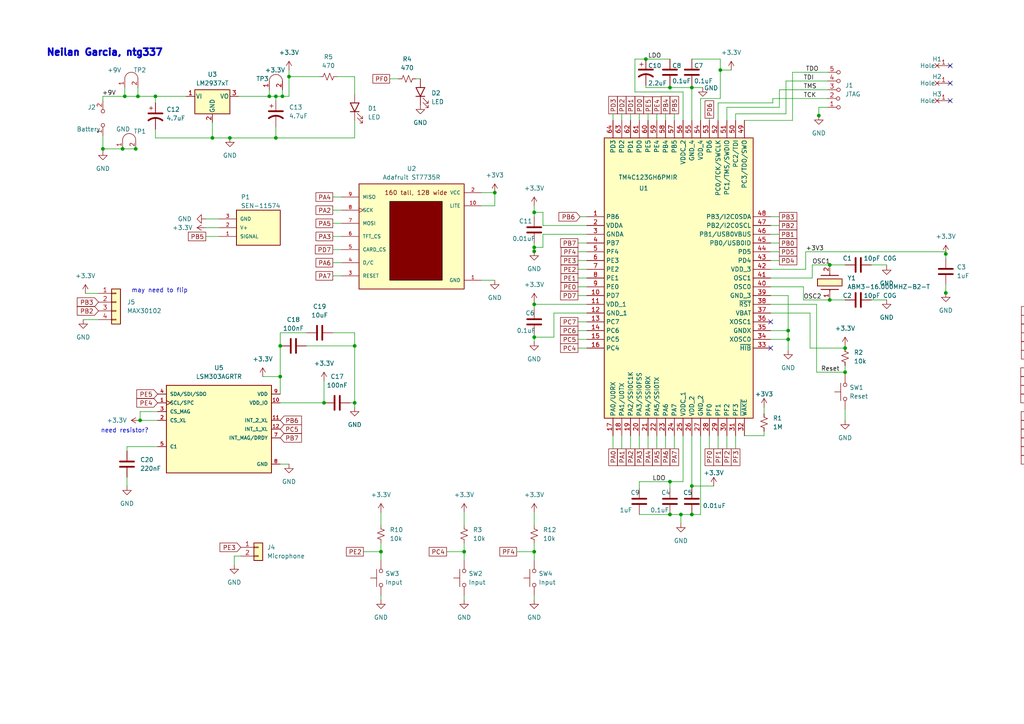
<source format=kicad_sch>
(kicad_sch (version 20230121) (generator eeschema)
  (paper "A4")
  (title_block (title "ECE 445L Lab6 Project") (date "2024-02-27") (rev "v1.0.1") (company "The University of Texas at Austin"))
  (junction (at 200.66 25.4))
  (junction (at 66.675 40.005))
  (junction (at 408.94 171.45))
  (junction (at 245.11 107.95))
  (junction (at 274.32 84.963))
  (junction (at 81.915 27.94))
  (junction (at 527.05 90.17))
  (junction (at 81.28 100.33))
  (junction (at 36.195 27.94))
  (junction (at 421.64 171.45))
  (junction (at 110.49 160.02))
  (junction (at 102.87 100.33))
  (junction (at 429.26 38.1))
  (junction (at 61.595 40.005))
  (junction (at 240.665 76.835))
  (junction (at 421.64 172.593))
  (junction (at 40.005 27.94))
  (junction (at 533.4 74.93))
  (junction (at 425.45 82.55))
  (junction (at 197.485 149.225))
  (junction (at 154.94 72.898))
  (junction (at 187.325 17.145))
  (junction (at 194.31 149.225))
  (junction (at 154.94 97.79))
  (junction (at 462.28 137.16))
  (junction (at 78.105 27.94))
  (junction (at 194.31 139.7))
  (junction (at 39.37 43.18))
  (junction (at 427.99 49.53))
  (junction (at 154.94 61.595))
  (junction (at 441.96 153.67))
  (junction (at 40.64 121.92))
  (junction (at 200.66 140.97))
  (junction (at 154.94 160.02))
  (junction (at 228.6 98.425))
  (junction (at 274.32 73.66))
  (junction (at 208.915 20.32))
  (junction (at 80.01 27.94))
  (junction (at 228.6 95.885))
  (junction (at 143.51 55.88))
  (junction (at 154.94 88.265))
  (junction (at 134.62 160.02))
  (junction (at 240.665 86.995))
  (junction (at 438.15 26.67))
  (junction (at 245.11 100.965))
  (junction (at 154.94 71.755))
  (junction (at 419.1 153.67))
  (junction (at 400.431 49.53))
  (junction (at 527.05 74.93))
  (junction (at 200.66 149.225))
  (junction (at 538.48 74.93))
  (junction (at 449.58 127))
  (junction (at 538.48 90.17))
  (junction (at 436.245 26.67))
  (junction (at 432.435 26.67))
  (junction (at 93.98 116.84))
  (junction (at 237.49 33.528))
  (junction (at 194.31 25.4))
  (junction (at 469.9 147.32))
  (junction (at 35.56 43.18))
  (junction (at 83.82 22.225))
  (junction (at 45.085 27.94))
  (junction (at 80.01 40.005))
  (junction (at 81.28 109.22))
  (junction (at 102.87 116.84))
  (junction (at 372.11 38.1))
  (junction (at 462.28 127))
  (junction (at 406.4 90.17))
  (junction (at 29.845 43.18))
  (junction (at 531.876 90.17))
  (junction (at 516.89 74.93))
  (no_connect (at 449.58 124.46))
  (no_connect (at 275.59 29.21))
  (no_connect (at 275.59 19.05))
  (no_connect (at 223.52 93.345))
  (no_connect (at 223.52 100.965))
  (no_connect (at 275.59 24.13))
  (wire (pts (xy 208.915 17.145) (xy 200.66 17.145)))
  (wire (pts (xy 462.28 147.32) (xy 469.9 147.32)))
  (wire (pts (xy 477.52 127) (xy 462.28 127)))
  (wire (pts (xy 203.2 28.575) (xy 208.915 28.575)))
  (wire (pts (xy 67.945 163.83) (xy 67.945 161.29)))
  (wire (pts (xy 213.36 126.365) (xy 213.36 130.175)))
  (wire (pts (xy 274.32 82.55) (xy 274.32 84.963)))
  (wire (pts (xy 45.72 121.92) (xy 40.64 121.92)))
  (wire (pts (xy 233.045 86.995) (xy 240.665 86.995)))
  (wire (pts (xy 185.42 139.7) (xy 194.31 139.7)))
  (wire (pts (xy 240.665 86.995) (xy 245.11 86.995)))
  (wire (pts (xy 221.615 118.11) (xy 221.615 120.015)))
  (wire (pts (xy 154.94 97.155) (xy 154.94 97.79)))
  (wire (pts (xy 200.66 126.365) (xy 200.66 140.97)))
  (wire (pts (xy 462.28 127) (xy 449.58 127)))
  (wire (pts (xy 386.08 82.55) (xy 425.45 82.55)))
  (wire (pts (xy 245.11 118.745) (xy 245.11 121.92)))
  (wire (pts (xy 212.09 20.32) (xy 208.915 20.32)))
  (wire (pts (xy 406.4 91.44) (xy 406.4 90.17)))
  (wire (pts (xy 110.49 160.02) (xy 110.49 162.56)))
  (wire (pts (xy 208.915 20.32) (xy 208.915 28.575)))
  (wire (pts (xy 96.52 68.58) (xy 99.06 68.58)))
  (wire (pts (xy 66.675 40.005) (xy 61.595 40.005)))
  (wire (pts (xy 40.64 119.38) (xy 40.64 121.92)))
  (wire (pts (xy 356.87 87.63) (xy 373.38 87.63)))
  (wire (pts (xy 93.98 116.84) (xy 93.98 110.49)))
  (wire (pts (xy 190.5 33.02) (xy 190.5 34.925)))
  (wire (pts (xy 393.7 129.54) (xy 421.64 129.54)))
  (wire (pts (xy 533.4 74.93) (xy 538.48 74.93)))
  (wire (pts (xy 96.52 76.2) (xy 99.06 76.2)))
  (wire (pts (xy 81.28 96.52) (xy 88.9 96.52)))
  (wire (pts (xy 200.66 140.97) (xy 200.66 141.605)))
  (wire (pts (xy 432.435 25.4) (xy 432.435 26.67)))
  (wire (pts (xy 372.11 31.75) (xy 372.11 38.1)))
  (wire (pts (xy 223.52 73.025) (xy 226.06 73.025)))
  (wire (pts (xy 96.52 64.77) (xy 99.06 64.77)))
  (wire (pts (xy 223.52 83.185) (xy 233.045 83.185)))
  (wire (pts (xy 274.32 73.025) (xy 274.32 73.66)))
  (wire (pts (xy 149.86 160.02) (xy 154.94 160.02)))
  (wire (pts (xy 102.87 96.52) (xy 102.87 100.33)))
  (wire (pts (xy 227.965 33.02) (xy 227.965 23.495)))
  (wire (pts (xy 80.01 40.005) (xy 102.87 40.005)))
  (wire (pts (xy 154.94 72.898) (xy 154.94 73.025)))
  (wire (pts (xy 223.52 75.565) (xy 226.06 75.565)))
  (wire (pts (xy 208.28 29.845) (xy 224.155 29.845)))
  (wire (pts (xy 194.31 149.225) (xy 197.485 149.225)))
  (wire (pts (xy 419.1 153.67) (xy 419.1 142.24)))
  (wire (pts (xy 110.49 157.48) (xy 110.49 160.02)))
  (wire (pts (xy 36.83 130.81) (xy 36.83 129.54)))
  (wire (pts (xy 134.62 160.02) (xy 134.62 162.56)))
  (wire (pts (xy 386.08 90.17) (xy 406.4 90.17)))
  (wire (pts (xy 203.2 126.365) (xy 203.2 149.225)))
  (wire (pts (xy 35.56 42.545) (xy 35.56 43.18)))
  (wire (pts (xy 408.94 171.45) (xy 421.64 171.45)))
  (wire (pts (xy 67.945 161.29) (xy 69.85 161.29)))
  (wire (pts (xy 462.28 125.73) (xy 462.28 127)))
  (wire (pts (xy 194.31 25.4) (xy 200.66 25.4)))
  (wire (pts (xy 548.64 74.93) (xy 548.64 80.645)))
  (wire (pts (xy 154.94 172.72) (xy 154.94 173.99)))
  (wire (pts (xy 36.83 138.43) (xy 36.83 140.97)))
  (wire (pts (xy 393.7 157.48) (xy 393.7 163.83)))
  (wire (pts (xy 438.15 26.67) (xy 438.15 30.48)))
  (wire (pts (xy 200.66 149.225) (xy 197.485 149.225)))
  (wire (pts (xy 438.15 30.48) (xy 439.42 30.48)))
  (wire (pts (xy 45.72 119.38) (xy 40.64 119.38)))
  (wire (pts (xy 203.2 149.225) (xy 200.66 149.225)))
  (wire (pts (xy 229.87 34.925) (xy 229.87 20.955)))
  (wire (pts (xy 167.64 95.885) (xy 170.18 95.885)))
  (wire (pts (xy 194.31 139.7) (xy 194.31 141.605)))
  (wire (pts (xy 200.66 25.4) (xy 200.66 34.925)))
  (wire (pts (xy 154.94 157.48) (xy 154.94 160.02)))
  (wire (pts (xy 210.82 126.365) (xy 210.82 130.175)))
  (wire (pts (xy 160.655 90.805) (xy 160.655 97.79)))
  (wire (pts (xy 187.96 33.02) (xy 187.96 34.925)))
  (wire (pts (xy 197.485 149.225) (xy 197.485 151.765)))
  (wire (pts (xy 233.68 73.025) (xy 274.32 73.025)))
  (wire (pts (xy 228.6 98.425) (xy 228.6 101.6)))
  (wire (pts (xy 252.73 76.835) (xy 257.175 76.835)))
  (wire (pts (xy 78.105 26.035) (xy 78.105 27.94)))
  (wire (pts (xy 96.52 80.01) (xy 99.06 80.01)))
  (wire (pts (xy 386.08 72.39) (xy 425.45 72.39)))
  (wire (pts (xy 223.52 78.105) (xy 233.68 78.105)))
  (wire (pts (xy 208.915 17.145) (xy 208.915 20.32)))
  (wire (pts (xy 200.66 24.765) (xy 200.66 25.4)))
  (wire (pts (xy 235.585 76.835) (xy 240.665 76.835)))
  (wire (pts (xy 432.435 26.67) (xy 436.245 26.67)))
  (wire (pts (xy 226.06 31.115) (xy 226.06 26.035)))
  (wire (pts (xy 167.64 80.645) (xy 170.18 80.645)))
  (wire (pts (xy 198.12 126.365) (xy 198.12 139.7)))
  (wire (pts (xy 223.52 80.645) (xy 235.585 80.645)))
  (wire (pts (xy 274.32 73.66) (xy 274.32 74.93)))
  (wire (pts (xy 345.44 38.1) (xy 349.25 38.1)))
  (wire (pts (xy 436.245 26.67) (xy 438.15 26.67)))
  (wire (pts (xy 81.28 109.22) (xy 81.28 114.3)))
  (wire (pts (xy 177.8 33.02) (xy 177.8 34.925)))
  (wire (pts (xy 187.325 17.145) (xy 194.31 17.145)))
  (wire (pts (xy 154.94 71.755) (xy 154.94 72.898)))
  (wire (pts (xy 187.96 126.365) (xy 187.96 130.175)))
  (wire (pts (xy 154.94 88.265) (xy 154.94 89.535)))
  (wire (pts (xy 96.52 96.52) (xy 102.87 96.52)))
  (wire (pts (xy 198.12 139.7) (xy 194.31 139.7)))
  (wire (pts (xy 134.62 157.48) (xy 134.62 160.02)))
  (wire (pts (xy 548.64 84.455) (xy 548.64 90.17)))
  (wire (pts (xy 400.431 49.53) (xy 427.99 49.53)))
  (wire (pts (xy 234.95 100.965) (xy 245.11 100.965)))
  (wire (pts (xy 63.5 68.58) (xy 59.69 68.58)))
  (wire (pts (xy 245.11 100.33) (xy 245.11 100.965)))
  (wire (pts (xy 167.64 70.485) (xy 170.18 70.485)))
  (wire (pts (xy 421.64 171.45) (xy 421.64 172.593)))
  (wire (pts (xy 223.52 88.265) (xy 236.855 88.265)))
  (wire (pts (xy 427.99 40.64) (xy 427.99 49.53)))
  (wire (pts (xy 78.105 27.94) (xy 80.01 27.94)))
  (wire (pts (xy 337.82 49.53) (xy 400.431 49.53)))
  (wire (pts (xy 438.15 38.1) (xy 438.15 49.53)))
  (wire (pts (xy 154.94 61.595) (xy 157.48 61.595)))
  (wire (pts (xy 436.245 25.4) (xy 436.245 26.67)))
  (wire (pts (xy 154.94 160.02) (xy 154.94 162.56)))
  (wire (pts (xy 224.155 29.845) (xy 224.155 28.575)))
  (wire (pts (xy 223.52 62.865) (xy 226.06 62.865)))
  (wire (pts (xy 63.5 66.04) (xy 59.69 66.04)))
  (wire (pts (xy 223.52 90.805) (xy 234.95 90.805)))
  (wire (pts (xy 29.845 43.18) (xy 29.845 43.815)))
  (wire (pts (xy 168.275 62.865) (xy 170.18 62.865)))
  (wire (pts (xy 462.28 137.16) (xy 474.98 137.16)))
  (wire (pts (xy 177.8 126.365) (xy 177.8 130.175)))
  (wire (pts (xy 170.18 90.805) (xy 160.655 90.805)))
  (wire (pts (xy 408.94 160.02) (xy 408.94 163.83)))
  (wire (pts (xy 36.195 25.4) (xy 36.195 27.94)))
  (wire (pts (xy 157.48 67.945) (xy 157.48 71.755)))
  (wire (pts (xy 538.48 90.17) (xy 548.64 90.17)))
  (wire (pts (xy 160.655 97.79) (xy 154.94 97.79)))
  (wire (pts (xy 139.7 55.88) (xy 143.51 55.88)))
  (wire (pts (xy 167.64 100.965) (xy 170.18 100.965)))
  (wire (pts (xy 182.88 33.02) (xy 182.88 34.925)))
  (wire (pts (xy 96.52 60.96) (xy 99.06 60.96)))
  (wire (pts (xy 375.92 30.48) (xy 375.92 31.75)))
  (wire (pts (xy 113.03 22.86) (xy 115.57 22.86)))
  (wire (pts (xy 102.87 116.84) (xy 102.87 118.11)))
  (wire (pts (xy 198.12 34.925) (xy 198.12 26.67)))
  (wire (pts (xy 406.4 90.17) (xy 406.4 80.01)))
  (wire (pts (xy 157.48 71.755) (xy 154.94 71.755)))
  (wire (pts (xy 184.15 26.67) (xy 184.15 17.145)))
  (wire (pts (xy 210.82 34.925) (xy 210.82 31.115)))
  (wire (pts (xy 96.52 72.39) (xy 99.06 72.39)))
  (wire (pts (xy 425.45 82.55) (xy 425.45 83.82)))
  (wire (pts (xy 427.99 38.1) (xy 429.26 38.1)))
  (wire (pts (xy 45.085 27.94) (xy 53.975 27.94)))
  (wire (pts (xy 205.74 126.365) (xy 205.74 130.175)))
  (wire (pts (xy 170.18 67.945) (xy 157.48 67.945)))
  (wire (pts (xy 439.42 153.67) (xy 441.96 153.67)))
  (wire (pts (xy 215.9 34.925) (xy 229.87 34.925)))
  (wire (pts (xy 228.6 95.885) (xy 228.6 98.425)))
  (wire (pts (xy 516.89 90.17) (xy 527.05 90.17)))
  (wire (pts (xy 39.37 42.545) (xy 39.37 43.18)))
  (wire (pts (xy 245.11 107.95) (xy 245.11 108.585)))
  (wire (pts (xy 368.3 38.1) (xy 372.11 38.1)))
  (wire (pts (xy 393.7 153.67) (xy 408.94 153.67)))
  (wire (pts (xy 24.765 85.09) (xy 28.575 85.09)))
  (wire (pts (xy 393.7 171.45) (xy 408.94 171.45)))
  (wire (pts (xy 194.31 24.765) (xy 194.31 25.4)))
  (wire (pts (xy 425.45 72.39) (xy 425.45 82.55)))
  (wire (pts (xy 40.005 25.4) (xy 40.005 27.94)))
  (wire (pts (xy 233.68 78.105) (xy 233.68 73.025)))
  (wire (pts (xy 223.52 95.885) (xy 228.6 95.885)))
  (wire (pts (xy 80.01 40.005) (xy 66.675 40.005)))
  (wire (pts (xy 157.48 65.405) (xy 170.18 65.405)))
  (wire (pts (xy 223.52 67.945) (xy 226.06 67.945)))
  (wire (pts (xy 516.89 74.93) (xy 527.05 74.93)))
  (wire (pts (xy 477.52 139.7) (xy 477.52 147.32)))
  (wire (pts (xy 29.845 39.37) (xy 29.845 43.18)))
  (wire (pts (xy 167.64 85.725) (xy 170.18 85.725)))
  (wire (pts (xy 527.05 74.93) (xy 527.05 80.01)))
  (wire (pts (xy 69.215 27.94) (xy 78.105 27.94)))
  (wire (pts (xy 393.7 144.78) (xy 393.7 129.54)))
  (wire (pts (xy 184.15 17.145) (xy 187.325 17.145)))
  (wire (pts (xy 531.876 90.17) (xy 538.48 90.17)))
  (wire (pts (xy 213.36 34.925) (xy 213.36 33.02)))
  (wire (pts (xy 81.915 27.94) (xy 83.82 27.94)))
  (wire (pts (xy 228.6 85.725) (xy 228.6 95.885)))
  (wire (pts (xy 182.88 126.365) (xy 182.88 130.175)))
  (wire (pts (xy 39.37 43.18) (xy 35.56 43.18)))
  (wire (pts (xy 469.9 147.32) (xy 477.52 147.32)))
  (wire (pts (xy 200.66 25.4) (xy 203.835 25.4)))
  (wire (pts (xy 110.49 148.59) (xy 110.49 152.4)))
  (wire (pts (xy 208.28 34.925) (xy 208.28 29.845)))
  (wire (pts (xy 223.52 98.425) (xy 228.6 98.425)))
  (wire (pts (xy 429.26 26.67) (xy 432.435 26.67)))
  (wire (pts (xy 208.28 126.365) (xy 208.28 130.175)))
  (wire (pts (xy 439.42 165.1) (xy 439.42 172.72)))
  (wire (pts (xy 441.96 142.24) (xy 441.96 153.67)))
  (wire (pts (xy 213.36 33.02) (xy 227.965 33.02)))
  (wire (pts (xy 223.52 65.405) (xy 226.06 65.405)))
  (wire (pts (xy 215.9 126.365) (xy 221.615 126.365)))
  (wire (pts (xy 81.28 109.22) (xy 81.28 100.33)))
  (wire (pts (xy 154.94 148.59) (xy 154.94 152.4)))
  (wire (pts (xy 229.87 20.955) (xy 240.03 20.955)))
  (wire (pts (xy 45.085 40.005) (xy 61.595 40.005)))
  (wire (pts (xy 167.64 98.425) (xy 170.18 98.425)))
  (wire (pts (xy 205.74 34.29) (xy 205.74 34.925)))
  (wire (pts (xy 143.51 59.69) (xy 139.7 59.69)))
  (wire (pts (xy 237.49 33.528) (xy 237.49 33.655)))
  (wire (pts (xy 538.48 85.09) (xy 538.48 90.17)))
  (wire (pts (xy 221.615 126.365) (xy 221.615 125.095)))
  (wire (pts (xy 180.34 33.02) (xy 180.34 34.925)))
  (wire (pts (xy 83.82 22.225) (xy 92.71 22.225)))
  (wire (pts (xy 419.1 142.24) (xy 426.72 142.24)))
  (wire (pts (xy 462.28 137.16) (xy 462.28 139.7)))
  (wire (pts (xy 76.2 109.22) (xy 81.28 109.22)))
  (wire (pts (xy 337.82 38.1) (xy 337.82 49.53)))
  (wire (pts (xy 29.845 27.94) (xy 36.195 27.94)))
  (wire (pts (xy 441.96 153.67) (xy 444.5 153.67)))
  (wire (pts (xy 538.48 74.93) (xy 548.64 74.93)))
  (wire (pts (xy 102.87 34.925) (xy 102.87 40.005)))
  (wire (pts (xy 527.05 85.09) (xy 527.05 90.17)))
  (wire (pts (xy 434.34 142.24) (xy 441.96 142.24)))
  (wire (pts (xy 203.2 34.925) (xy 203.2 28.575)))
  (wire (pts (xy 154.94 61.595) (xy 154.94 62.865)))
  (wire (pts (xy 245.11 106.045) (xy 245.11 107.95)))
  (wire (pts (xy 61.595 35.56) (xy 61.595 40.005)))
  (wire (pts (xy 438.15 26.67) (xy 439.42 26.67)))
  (wire (pts (xy 45.085 27.94) (xy 45.085 29.845)))
  (wire (pts (xy 419.1 153.67) (xy 421.64 153.67)))
  (wire (pts (xy 356.87 90.17) (xy 356.87 87.63)))
  (wire (pts (xy 24.13 92.71) (xy 28.575 92.71)))
  (wire (pts (xy 35.56 43.18) (xy 29.845 43.18)))
  (wire (pts (xy 198.12 26.67) (xy 184.15 26.67)))
  (wire (pts (xy 154.94 88.265) (xy 154.94 87.63)))
  (wire (pts (xy 462.28 135.89) (xy 462.28 137.16)))
  (wire (pts (xy 187.325 25.4) (xy 194.31 25.4)))
  (wire (pts (xy 154.94 70.485) (xy 154.94 71.755)))
  (wire (pts (xy 234.95 90.805) (xy 234.95 100.965)))
  (wire (pts (xy 406.4 80.01) (xy 386.08 80.01)))
  (wire (pts (xy 134.62 172.72) (xy 134.62 173.99)))
  (wire (pts (xy 83.82 134.62) (xy 81.28 134.62)))
  (wire (pts (xy 154.94 97.79) (xy 154.94 99.06)))
  (wire (pts (xy 185.42 33.02) (xy 185.42 34.925)))
  (wire (pts (xy 80.01 27.94) (xy 80.01 29.21)))
  (wire (pts (xy 81.915 26.035) (xy 81.915 27.94)))
  (wire (pts (xy 257.175 76.835) (xy 257.175 77.089)))
  (wire (pts (xy 240.665 76.835) (xy 245.11 76.835)))
  (wire (pts (xy 167.64 75.565) (xy 170.18 75.565)))
  (wire (pts (xy 408.94 160.02) (xy 421.64 160.02)))
  (wire (pts (xy 462.28 127) (xy 462.28 128.27)))
  (wire (pts (xy 429.26 38.1) (xy 429.26 26.67)))
  (wire (pts (xy 63.5 63.5) (xy 59.69 63.5)))
  (wire (pts (xy 45.085 37.465) (xy 45.085 40.005)))
  (wire (pts (xy 227.965 23.495) (xy 240.03 23.495)))
  (wire (pts (xy 193.04 126.365) (xy 193.04 130.175)))
  (wire (pts (xy 154.94 59.69) (xy 154.94 61.595)))
  (wire (pts (xy 240.03 31.115) (xy 237.49 31.115)))
  (wire (pts (xy 167.64 73.025) (xy 170.18 73.025)))
  (wire (pts (xy 29.845 29.21) (xy 29.845 27.94)))
  (wire (pts (xy 439.42 156.21) (xy 444.5 156.21)))
  (wire (pts (xy 185.42 141.605) (xy 185.42 139.7)))
  (wire (pts (xy 102.87 100.33) (xy 102.87 116.84)))
  (wire (pts (xy 129.54 160.02) (xy 134.62 160.02)))
  (wire (pts (xy 193.04 33.02) (xy 193.04 34.925)))
  (wire (pts (xy 393.7 157.48) (xy 421.64 157.48)))
  (wire (pts (xy 236.855 88.265) (xy 236.855 107.95)))
  (wire (pts (xy 477.52 134.62) (xy 477.52 127)))
  (wire (pts (xy 167.64 93.345) (xy 170.18 93.345)))
  (wire (pts (xy 170.18 88.265) (xy 154.94 88.265)))
  (wire (pts (xy 439.42 161.29) (xy 455.93 161.29)))
  (wire (pts (xy 81.28 100.33) (xy 81.28 96.52)))
  (wire (pts (xy 223.52 70.485) (xy 226.06 70.485)))
  (wire (pts (xy 105.41 160.02) (xy 110.49 160.02)))
  (wire (pts (xy 274.32 84.963) (xy 274.32 85.09)))
  (wire (pts (xy 139.7 81.28) (xy 143.51 81.28)))
  (wire (pts (xy 365.76 90.17) (xy 373.38 90.17)))
  (wire (pts (xy 83.82 20.32) (xy 83.82 22.225)))
  (wire (pts (xy 88.9 100.33) (xy 102.87 100.33)))
  (wire (pts (xy 200.66 140.97) (xy 207.01 140.97)))
  (wire (pts (xy 157.48 65.405) (xy 157.48 61.595)))
  (wire (pts (xy 235.585 80.645) (xy 235.585 76.835)))
  (wire (pts (xy 356.87 38.1) (xy 360.68 38.1)))
  (wire (pts (xy 421.64 172.593) (xy 421.64 172.72)))
  (wire (pts (xy 96.52 57.15) (xy 99.06 57.15)))
  (wire (pts (xy 102.87 22.225) (xy 102.87 27.305)))
  (wire (pts (xy 167.64 83.185) (xy 170.18 83.185)))
  (wire (pts (xy 233.045 83.185) (xy 233.045 86.995)))
  (wire (pts (xy 438.15 49.53) (xy 427.99 49.53)))
  (wire (pts (xy 210.82 31.115) (xy 226.06 31.115)))
  (wire (pts (xy 226.06 26.035) (xy 240.03 26.035)))
  (wire (pts (xy 81.28 116.84) (xy 93.98 116.84)))
  (wire (pts (xy 223.52 85.725) (xy 228.6 85.725)))
  (wire (pts (xy 36.83 129.54) (xy 45.72 129.54)))
  (wire (pts (xy 80.01 27.94) (xy 81.915 27.94)))
  (wire (pts (xy 83.82 27.94) (xy 83.82 22.225)))
  (wire (pts (xy 134.62 148.59) (xy 134.62 152.4)))
  (wire (pts (xy 421.64 165.1) (xy 421.64 171.45)))
  (wire (pts (xy 393.7 152.4) (xy 393.7 153.67)))
  (wire (pts (xy 36.195 27.94) (xy 40.005 27.94)))
  (wire (pts (xy 185.42 149.225) (xy 194.31 149.225)))
  (wire (pts (xy 365.76 91.44) (xy 365.76 90.17)))
  (wire (pts (xy 185.42 126.365) (xy 185.42 130.175)))
  (wire (pts (xy 97.79 22.225) (xy 102.87 22.225)))
  (wire (pts (xy 121.92 22.86) (xy 120.65 22.86)))
  (wire (pts (xy 110.49 172.72) (xy 110.49 173.99)))
  (wire (pts (xy 180.34 126.365) (xy 180.34 130.175)))
  (wire (pts (xy 252.73 86.995) (xy 257.175 86.995)))
  (wire (pts (xy 527.05 90.17) (xy 531.876 90.17)))
  (wire (pts (xy 416.56 153.67) (xy 419.1 153.67)))
  (wire (pts (xy 187.325 24.765) (xy 187.325 25.4)))
  (wire (pts (xy 448.31 127) (xy 449.58 127)))
  (wire (pts (xy 429.26 38.1) (xy 430.53 38.1)))
  (wire (pts (xy 143.51 55.88) (xy 143.51 59.69)))
  (wire (pts (xy 101.6 116.84) (xy 102.87 116.84)))
  (wire (pts (xy 375.92 31.75) (xy 372.11 31.75)))
  (wire (pts (xy 236.855 107.95) (xy 245.11 107.95)))
  (wire (pts (xy 40.005 27.94) (xy 45.085 27.94)))
  (wire (pts (xy 167.64 78.105) (xy 170.18 78.105)))
  (wire (pts (xy 195.58 126.365) (xy 195.58 130.175)))
  (wire (pts (xy 195.58 33.02) (xy 195.58 34.925)))
  (wire (pts (xy 80.01 36.83) (xy 80.01 40.005)))
  (wire (pts (xy 237.49 31.115) (xy 237.49 33.528)))
  (wire (pts (xy 538.48 80.01) (xy 538.48 74.93)))
  (wire (pts (xy 224.155 28.575) (xy 240.03 28.575)))
  (wire (pts (xy 190.5 126.365) (xy 190.5 130.175)))
  (wire (pts (xy 527.05 74.93) (xy 533.4 74.93)))
  (text "Neilan Garcia, ntg337" (at 13.335 16.51 0) (effects (font (size 2 2) (thickness 0.6) bold) (justify left bottom)))
  (text "may need to flip\n" (at 38.1 85.09 0) (effects (font (size 1.27 1.27)) (justify left bottom)))
  (text "need resistor?\n" (at 29.21 125.73 0) (effects (font (size 1.27 1.27)) (justify left bottom)))
  (label "OSC2" (at 233.045 86.995 0))
  (label "TCK" (at 233.045 28.575 0))
  (label "PF2" (at 421.64 124.46 180))
  (label "TDI" (at 233.045 23.495 0))
  (label "Reset" (at 302.26 85.09 180))
  (label "LDO" (at 189.23 139.7 0))
  (label "TDO" (at 233.68 20.955 0))
  (label "+9V" (at 33.655 27.94 180))
  (label "PE1" (at 481.33 77.47 180) (effects (font bold)))
  (label "TMS" (at 233.045 26.035 0))
  (label "PF1" (at 421.64 121.92 180))
  (label "LDO" (at 187.96 17.145 0))
  (label "PC6" (at 481.33 87.63 180) (effects (font bold)))
  (label "OSC1" (at 235.585 76.835 0))
  (label "Reset" (at 238.125 107.95 0))
  (label "+3V3" (at 233.68 73.025 0))
  (label "PE0" (at 516.89 82.55 0) (effects (font bold)))
  (label "PC7" (at 481.33 85.09 180) (effects (font bold)))
  (global_label "PF4" (shape passive) (at 149.86 160.02 180) (property "Intersheetrefs" "${INTERSHEET_REFS}" (effects hide)))
  (global_label "PD7" (shape passive) (at 167.64 85.725 180) (property "Intersheetrefs" "${INTERSHEET_REFS}" (effects hide)))
  (global_label "PD6" (shape input) (at 337.82 118.11 0) (property "Intersheetrefs" "${INTERSHEET_REFS}" (effects hide)))
  (global_label "PB5" (shape passive) (at 59.69 68.58 180) (property "Intersheetrefs" "${INTERSHEET_REFS}" (effects hide)))
  (global_label "PB6" (shape input) (at 81.28 121.92 0) (property "Intersheetrefs" "${INTERSHEET_REFS}" (effects hide)))
  (global_label "PB2" (shape input) (at 337.82 90.17 0) (property "Intersheetrefs" "${INTERSHEET_REFS}" (effects hide)))
  (global_label "PD2" (shape input) (at 337.82 110.49 0) (property "Intersheetrefs" "${INTERSHEET_REFS}" (effects hide)))
  (global_label "PD1" (shape input) (at 373.38 80.01 180) (property "Intersheetrefs" "${INTERSHEET_REFS}" (effects hide)))
  (global_label "PE4" (shape passive) (at 190.5 33.02 90) (property "Intersheetrefs" "${INTERSHEET_REFS}" (effects hide)))
  (global_label "PC5" (shape input) (at 302.26 110.49 180) (property "Intersheetrefs" "${INTERSHEET_REFS}" (effects hide)))
  (global_label "PC7" (shape passive) (at 167.64 93.345 180) (property "Intersheetrefs" "${INTERSHEET_REFS}" (effects hide)))
  (global_label "PF3" (shape passive) (at 213.36 130.175 270) (property "Intersheetrefs" "${INTERSHEET_REFS}" (effects hide)))
  (global_label "PA3" (shape input) (at 302.26 92.71 180) (property "Intersheetrefs" "${INTERSHEET_REFS}" (effects hide)))
  (global_label "PD2" (shape passive) (at 180.34 33.02 90) (property "Intersheetrefs" "${INTERSHEET_REFS}" (effects hide)))
  (global_label "PD7" (shape passive) (at 96.52 72.39 180) (property "Intersheetrefs" "${INTERSHEET_REFS}" (effects hide)))
  (global_label "PA0" (shape passive) (at 177.8 130.175 270) (property "Intersheetrefs" "${INTERSHEET_REFS}" (effects hide)))
  (global_label "PB4" (shape input) (at 337.82 95.25 0) (property "Intersheetrefs" "${INTERSHEET_REFS}" (effects hide)))
  (global_label "PD0" (shape input) (at 337.82 107.95 0) (property "Intersheetrefs" "${INTERSHEET_REFS}" (effects hide)))
  (global_label "PB0" (shape input) (at 337.82 85.09 0) (property "Intersheetrefs" "${INTERSHEET_REFS}" (effects hide)))
  (global_label "PA4" (shape passive) (at 187.96 130.175 270) (property "Intersheetrefs" "${INTERSHEET_REFS}" (effects hide)))
  (global_label "PB3" (shape passive) (at 226.06 62.865 0) (property "Intersheetrefs" "${INTERSHEET_REFS}" (effects hide)))
  (global_label "PD3" (shape passive) (at 177.8 33.02 90) (property "Intersheetrefs" "${INTERSHEET_REFS}" (effects hide)))
  (global_label "PA5" (shape passive) (at 96.52 64.77 180) (property "Intersheetrefs" "${INTERSHEET_REFS}" (effects hide)))
  (global_label "GPIO16" (shape input) (at 386.08 87.63 0) (property "Intersheetrefs" "${INTERSHEET_REFS}" (effects hide)))
  (global_label "PB5" (shape input) (at 337.82 97.79 0) (property "Intersheetrefs" "${INTERSHEET_REFS}" (effects hide)))
  (global_label "PD3" (shape input) (at 337.82 115.57 0) (property "Intersheetrefs" "${INTERSHEET_REFS}" (effects hide)))
  (global_label "PB5" (shape passive) (at 195.58 33.02 90) (property "Intersheetrefs" "${INTERSHEET_REFS}" (effects hide)))
  (global_label "PB1" (shape passive) (at 226.06 67.945 0) (property "Intersheetrefs" "${INTERSHEET_REFS}" (effects hide)))
  (global_label "PD4" (shape passive) (at 226.06 75.565 0) (property "Intersheetrefs" "${INTERSHEET_REFS}" (effects hide)))
  (global_label "PC6" (shape passive) (at 167.64 95.885 180) (property "Intersheetrefs" "${INTERSHEET_REFS}" (effects hide)))
  (global_label "PA1" (shape passive) (at 180.34 130.175 270) (property "Intersheetrefs" "${INTERSHEET_REFS}" (effects hide)))
  (global_label "PA6" (shape input) (at 302.26 100.33 180) (property "Intersheetrefs" "${INTERSHEET_REFS}" (effects hide)))
  (global_label "PD6" (shape input) (at 386.08 85.09 0) (property "Intersheetrefs" "${INTERSHEET_REFS}" (effects hide)))
  (global_label "PA6" (shape passive) (at 193.04 130.175 270) (property "Intersheetrefs" "${INTERSHEET_REFS}" (effects hide)))
  (global_label "PD2" (shape input) (at 373.38 82.55 180) (property "Intersheetrefs" "${INTERSHEET_REFS}" (effects hide)))
  (global_label "PC4" (shape passive) (at 167.64 100.965 180) (property "Intersheetrefs" "${INTERSHEET_REFS}" (effects hide)))
  (global_label "PF2" (shape input) (at 337.82 130.81 0) (property "Intersheetrefs" "${INTERSHEET_REFS}" (effects hide)))
  (global_label "PB6" (shape input) (at 337.82 100.33 0) (property "Intersheetrefs" "${INTERSHEET_REFS}" (effects hide)))
  (global_label "PC7" (shape input) (at 302.26 115.57 180) (property "Intersheetrefs" "${INTERSHEET_REFS}" (effects hide)))
  (global_label "PA7" (shape passive) (at 96.52 80.01 180) (property "Intersheetrefs" "${INTERSHEET_REFS}" (effects hide)))
  (global_label "PF1" (shape passive) (at 208.28 130.175 270) (property "Intersheetrefs" "${INTERSHEET_REFS}" (effects hide)))
  (global_label "PF0" (shape input) (at 337.82 125.73 0) (property "Intersheetrefs" "${INTERSHEET_REFS}" (effects hide)))
  (global_label "PB4" (shape passive) (at 193.04 33.02 90) (property "Intersheetrefs" "${INTERSHEET_REFS}" (effects hide)))
  (global_label "PF2" (shape passive) (at 210.82 130.175 270) (property "Intersheetrefs" "${INTERSHEET_REFS}" (effects hide)))
  (global_label "PA6" (shape passive) (at 96.52 76.2 180) (property "Intersheetrefs" "${INTERSHEET_REFS}" (effects hide)))
  (global_label "PD0" (shape input) (at 373.38 77.47 180) (property "Intersheetrefs" "${INTERSHEET_REFS}" (effects hide)))
  (global_label "PC4" (shape input) (at 302.26 107.95 180) (property "Intersheetrefs" "${INTERSHEET_REFS}" (effects hide)))
  (global_label "PC5" (shape passive) (at 167.64 98.425 180) (property "Intersheetrefs" "${INTERSHEET_REFS}" (effects hide)))
  (global_label "PB3" (shape input) (at 337.82 92.71 0) (property "Intersheetrefs" "${INTERSHEET_REFS}" (effects hide)))
  (global_label "PF4" (shape passive) (at 167.64 73.025 180) (property "Intersheetrefs" "${INTERSHEET_REFS}" (effects hide)))
  (global_label "PA2" (shape passive) (at 96.52 60.96 180) (property "Intersheetrefs" "${INTERSHEET_REFS}" (effects hide)))
  (global_label "PB6" (shape input) (at 168.275 62.865 180) (property "Intersheetrefs" "${INTERSHEET_REFS}" (effects hide)))
  (global_label "PF0" (shape passive) (at 205.74 130.175 270) (property "Intersheetrefs" "${INTERSHEET_REFS}" (effects hide)))
  (global_label "+9V" (shape input) (at 375.92 30.48 0) (property "Intersheetrefs" "${INTERSHEET_REFS}" (effects hide)))
  (global_label "PA3" (shape passive) (at 185.42 130.175 270) (property "Intersheetrefs" "${INTERSHEET_REFS}" (effects hide)))
  (global_label "PA3" (shape passive) (at 96.52 68.58 180) (property "Intersheetrefs" "${INTERSHEET_REFS}" (effects hide)))
  (global_label "PE5" (shape input) (at 302.26 133.35 180) (property "Intersheetrefs" "${INTERSHEET_REFS}" (effects hide)))
  (global_label "PB2" (shape passive) (at 226.06 65.405 0) (property "Intersheetrefs" "${INTERSHEET_REFS}" (effects hide)))
  (global_label "PF3" (shape input) (at 337.82 133.35 0) (property "Intersheetrefs" "${INTERSHEET_REFS}" (effects hide)))
  (global_label "PD0" (shape passive) (at 185.42 33.02 90) (property "Intersheetrefs" "${INTERSHEET_REFS}" (effects hide)))
  (global_label "PC5" (shape input) (at 81.28 124.46 0) (property "Intersheetrefs" "${INTERSHEET_REFS}" (effects hide)))
  (global_label "PD7" (shape input) (at 337.82 120.65 0) (property "Intersheetrefs" "${INTERSHEET_REFS}" (effects hide)))
  (global_label "Vz" (shape input) (at 477.52 127 0) (property "Intersheetrefs" "${INTERSHEET_REFS}" (effects hide)))
  (global_label "PA2" (shape input) (at 302.26 90.17 180) (property "Intersheetrefs" "${INTERSHEET_REFS}" (effects hide)))
  (global_label "PD2" (shape input) (at 337.82 113.03 0) (property "Intersheetrefs" "${INTERSHEET_REFS}" (effects hide)))
  (global_label "PF4" (shape input) (at 337.82 135.89 0) (property "Intersheetrefs" "${INTERSHEET_REFS}" (effects hide)))
  (global_label "PE3" (shape passive) (at 167.64 75.565 180) (property "Intersheetrefs" "${INTERSHEET_REFS}" (effects hide)))
  (global_label "PB0" (shape input) (at 386.08 74.93 0) (property "Intersheetrefs" "${INTERSHEET_REFS}" (effects hide)))
  (global_label "PE3" (shape input) (at 302.26 128.27 180) (property "Intersheetrefs" "${INTERSHEET_REFS}" (effects hide)))
  (global_label "PF1" (shape input) (at 337.82 128.27 0) (property "Intersheetrefs" "${INTERSHEET_REFS}" (effects hide)))
  (global_label "PC4" (shape passive) (at 129.54 160.02 180) (property "Intersheetrefs" "${INTERSHEET_REFS}" (effects hide)))
  (global_label "GPIO4" (shape input) (at 373.38 72.39 180) (property "Intersheetrefs" "${INTERSHEET_REFS}" (effects hide)))
  (global_label "PB7" (shape input) (at 81.28 127 0) (property "Intersheetrefs" "${INTERSHEET_REFS}" (effects hide)))
  (global_label "PD1" (shape passive) (at 182.88 33.02 90) (property "Intersheetrefs" "${INTERSHEET_REFS}" (effects hide)))
  (global_label "PE1" (shape passive) (at 167.64 80.645 180) (property "Intersheetrefs" "${INTERSHEET_REFS}" (effects hide)))
  (global_label "GPIO2" (shape input) (at 373.38 74.93 180) (property "Intersheetrefs" "${INTERSHEET_REFS}" (effects hide)))
  (global_label "PB7" (shape input) (at 337.82 102.87 0) (property "Intersheetrefs" "${INTERSHEET_REFS}" (effects hide)))
  (global_label "PE5" (shape input) (at 45.72 114.3 180) (property "Intersheetrefs" "${INTERSHEET_REFS}" (effects hide)))
  (global_label "PB1" (shape input) (at 337.82 87.63 0) (property "Intersheetrefs" "${INTERSHEET_REFS}" (effects hide)))
  (global_label "PC6" (shape input) (at 302.26 113.03 180) (property "Intersheetrefs" "${INTERSHEET_REFS}" (effects hide)))
  (global_label "PE4" (shape input) (at 302.26 130.81 180) (property "Intersheetrefs" "${INTERSHEET_REFS}" (effects hide)))
  (global_label "PB7" (shape passive) (at 167.64 70.485 180) (property "Intersheetrefs" "${INTERSHEET_REFS}" (effects hide)))
  (global_label "PA4" (shape input) (at 302.26 95.25 180) (property "Intersheetrefs" "${INTERSHEET_REFS}" (effects hide)))
  (global_label "PA7" (shape passive) (at 195.58 130.175 270) (property "Intersheetrefs" "${INTERSHEET_REFS}" (effects hide)))
  (global_label "PD3" (shape input) (at 373.38 85.09 180) (property "Intersheetrefs" "${INTERSHEET_REFS}" (effects hide)))
  (global_label "PA4" (shape passive) (at 96.52 57.15 180) (property "Intersheetrefs" "${INTERSHEET_REFS}" (effects hide)))
  (global_label "PA7" (shape input) (at 302.26 102.87 180) (property "Intersheetrefs" "${INTERSHEET_REFS}" (effects hide)))
  (global_label "PE0" (shape input) (at 302.26 120.65 180) (property "Intersheetrefs" "${INTERSHEET_REFS}" (effects hide)))
  (global_label "PE1" (shape input) (at 302.26 123.19 180) (property "Intersheetrefs" "${INTERSHEET_REFS}" (effects hide)))
  (global_label "PE5" (shape passive) (at 187.96 33.02 90) (property "Intersheetrefs" "${INTERSHEET_REFS}" (effects hide)))
  (global_label "PB3" (shape input) (at 28.575 87.63 180) (property "Intersheetrefs" "${INTERSHEET_REFS}" (effects hide)))
  (global_label "PA5" (shape passive) (at 190.5 130.175 270) (property "Intersheetrefs" "${INTERSHEET_REFS}" (effects hide)))
  (global_label "PA5" (shape input) (at 302.26 97.79 180) (property "Intersheetrefs" "${INTERSHEET_REFS}" (effects hide)))
  (global_label "PD6" (shape passive) (at 205.74 34.29 90) (property "Intersheetrefs" "${INTERSHEET_REFS}" (effects hide)))
  (global_label "PB0" (shape passive) (at 226.06 70.485 0) (property "Intersheetrefs" "${INTERSHEET_REFS}" (effects hide)))
  (global_label "PB2" (shape input) (at 28.575 90.17 180) (property "Intersheetrefs" "${INTERSHEET_REFS}" (effects hide)))
  (global_label "PE2" (shape input) (at 302.26 125.73 180) (property "Intersheetrefs" "${INTERSHEET_REFS}" (effects hide)))
  (global_label "PE0" (shape passive) (at 167.64 83.185 180) (property "Intersheetrefs" "${INTERSHEET_REFS}" (effects hide)))
  (global_label "PD5" (shape passive) (at 226.06 73.025 0) (property "Intersheetrefs" "${INTERSHEET_REFS}" (effects hide)))
  (global_label "PB1" (shape input) (at 386.08 77.47 0) (property "Intersheetrefs" "${INTERSHEET_REFS}" (effects hide)))
  (global_label "PE4" (shape input) (at 45.72 116.84 180) (property "Intersheetrefs" "${INTERSHEET_REFS}" (effects hide)))
  (global_label "PF0" (shape passive) (at 113.03 22.86 180) (property "Intersheetrefs" "${INTERSHEET_REFS}" (effects hide)))
  (global_label "PE3" (shape input) (at 69.85 158.75 180) (property "Intersheetrefs" "${INTERSHEET_REFS}" (effects hide)))
  (global_label "PA2" (shape passive) (at 182.88 130.175 270) (property "Intersheetrefs" "${INTERSHEET_REFS}" (effects hide)))
  (global_label "VBUS" (shape input) (at 439.42 30.48 0) (property "Intersheetrefs" "${INTERSHEET_REFS}" (effects hide)))
  (global_label "PE2" (shape passive) (at 167.64 78.105 180) (property "Intersheetrefs" "${INTERSHEET_REFS}" (effects hide)))
  (global_label "PE2" (shape passive) (at 105.41 160.02 180) (property "Intersheetrefs" "${INTERSHEET_REFS}" (effects hide)))
  (symbol (lib_id "Device:R") (at 462.28 121.92 0) (unit 1)
    (property "Reference" "Rs1" (at 464.82 120.65 0) (effects (justify left)))
    (property "Value" "1k" (at 464.82 123.19 0) (effects (justify left)))
    (property "Footprint" "ECE445L:R_Axial_DIN0204_L3.6mm_D1.6mm_P7.62mm_Horizontal" (effects hide))
  )
  (symbol (lib_id "ECE445L:C") (at 154.94 93.345 0) (unit 1)
    (property "Reference" "C6" (at 152.4 90.805 0) (effects (justify left)))
    (property "Value" "0.1uF" (at 149.86 95.885 0) (effects (justify left)))
    (property "Footprint" "ECE445L:C_Axial_200mil" (effects hide))
  )
  (symbol (lib_name "GND_1") (lib_id "power:GND") (at 154.94 173.99 0) (unit 1)
    (property "Reference" "#PWR026" (effects hide))
    (property "Value" "GND" (at 154.94 179.07 0))
  )
  (symbol (lib_id "power:+5V") (at 337.82 80.01 270) (unit 1)
    (property "Reference" "#PWR058" (effects hide))
    (property "Value" "+5V" (at 341.63 80.01 90) (effects (justify left)))
  )
  (symbol (lib_id "power:+3.3V") (at 110.49 148.59 0) (unit 1)
    (property "Reference" "#PWR048" (effects hide))
    (property "Value" "+3.3V" (at 110.49 143.51 0))
  )
  (symbol (lib_id "ECE445L:C") (at 200.66 20.955 0) (unit 1)
    (property "Reference" "C7" (at 201.295 19.05 0) (effects (justify left)))
    (property "Value" "0.1uF" (at 201.295 23.495 0) (effects (justify left)))
    (property "Footprint" "ECE445L:C_Axial_200mil" (effects hide))
  )
  (symbol (lib_id "power:+3.3V") (at 83.82 20.32 0) (unit 1)
    (property "Reference" "#PWR027" (effects hide))
    (property "Value" "+3.3V" (at 83.82 15.24 0))
  )
  (symbol (lib_name "GND_1") (lib_id "power:GND") (at 228.6 101.6 0) (unit 1)
    (property "Reference" "#PWR06" (effects hide))
    (property "Value" "GND" (at 228.6 106.68 0))
  )
  (symbol (lib_name "GND_1") (lib_id "power:GND") (at 29.845 43.815 0) (unit 1)
    (property "Reference" "#PWR018" (effects hide))
    (property "Value" "GND" (at 29.845 48.895 0))
  )
  (symbol (lib_id "Device:Speaker") (at 449.58 153.67 0) (unit 1)
    (property "Reference" "LS1" (at 454.66 153.67 0) (effects (justify left)))
    (property "Value" "Speaker" (at 454.66 156.21 0) (effects (justify left)))
    (property "Footprint" "Connector_PinHeader_2.54mm:PinHeader_1x02_P2.54mm_Vertical" (effects hide))
  )
  (symbol (lib_id "Device:C") (at 341.63 38.1 90) (unit 1)
    (property "Reference" "C23" (at 341.63 30.48 90))
    (property "Value" "0.1uF" (at 341.63 33.02 90))
    (property "Footprint" "ECE445L:C_Axial_200mil" (effects hide))
  )
  (symbol (lib_id "motorola_MCP34119P:MCP34119P") (at 430.53 158.75 0) (unit 1)
    (property "Reference" "U6" (at 430.53 144.78 0))
    (property "Value" "MCP34119P" (at 430.53 147.32 0))
    (property "Footprint" "Package_DIP:DIP-8_W7.62mm_LongPads" (effects hide))
    (property "Datasheet" "https://users.ece.utexas.edu/~valvano/Datasheets/MC34119.pdf" (effects hide))
    (property "Distributor" "N/A" (effects hide))
    (property "Manufacturer" "Motorola" (effects hide))
    (property "P/N" "MC34119P" (effects hide))
    (property "Cost" "N/A" (effects hide))
  )
  (symbol (lib_id "ECE445L:R_0.125W") (at 245.11 103.505 0) (unit 1)
    (property "Reference" "R2" (at 247.65 102.235 0) (effects (justify left)))
    (property "Value" "10k" (at 247.65 104.775 0) (effects (justify left)))
    (property "Footprint" "ECE445L:R_Axial_DIN0204_L3.6mm_D1.6mm_P7.62mm_Horizontal" (effects hide))
    (property "Datasheet" "https://users.ece.utexas.edu/~valvano/mspm0/CarbonFilmresistors.pdf" (effects hide))
  )
  (symbol (lib_id "ECE445L:Testpoint") (at 38.1 25.4 0) (unit 1)
    (property "Reference" "TP2" (at 38.735 20.32 0) (effects (justify left)))
    (property "Value" "+9V" (at 31.115 20.32 0) (effects (justify left)))
    (property "Footprint" "ECE445L:Testpoint_1x02_P2.54mm" (effects hide))
  )
  (symbol (lib_id "ECE445L:R_0.125W") (at 154.94 154.94 180) (unit 1)
    (property "Reference" "R12" (at 157.48 153.67 0) (effects (justify right)))
    (property "Value" "10k" (at 157.48 156.21 0) (effects (justify right)))
    (property "Footprint" "ECE445L:R_Axial_DIN0204_L3.6mm_D1.6mm_P7.62mm_Horizontal" (effects hide))
    (property "Datasheet" "https://users.ece.utexas.edu/~valvano/mspm0/CarbonFilmresistors.pdf" (effects hide))
  )
  (symbol (lib_id "ECE445L:Testpoint") (at 434.34 25.4 0) (unit 1)
    (property "Reference" "TP4" (at 428.625 22.225 0) (effects (justify left)))
    (property "Value" "+5V" (at 431.165 19.685 0) (effects (justify left)))
    (property "Footprint" "ECE445L:Testpoint_1x02_P2.54mm" (effects hide))
  )
  (symbol (lib_name "GND_1") (lib_id "power:GND") (at 421.64 127 270) (unit 1)
    (property "Reference" "#PWR036" (effects hide))
    (property "Value" "GND" (at 417.83 127 90) (effects (justify right)))
  )
  (symbol (lib_name "GND_1") (lib_id "power:GND") (at 154.94 99.06 0) (unit 1)
    (property "Reference" "#PWR014" (effects hide))
    (property "Value" "GND" (at 154.94 104.14 0))
  )
  (symbol (lib_id "power:+3.3V") (at 481.33 80.01 90) (unit 1)
    (property "Reference" "#PWR051" (effects hide))
    (property "Value" "+3.3V" (at 477.52 80.01 90) (effects (justify left)))
  )
  (symbol (lib_id "power:+3V3") (at 221.615 118.11 0) (unit 1)
    (property "Reference" "#PWR03" (effects hide))
    (property "Value" "+3V3" (at 221.615 114.3 0))
  )
  (symbol (lib_id "Device:C") (at 97.79 116.84 90) (unit 1)
    (property "Reference" "C17" (at 97.79 109.22 90))
    (property "Value" "100nF" (at 97.79 111.76 90))
    (property "Footprint" "ECE445L:C_Axial_200mil" (effects hide))
  )
  (symbol (lib_id "Device:C") (at 364.49 38.1 90) (unit 1)
    (property "Reference" "C27" (at 364.49 30.48 90))
    (property "Value" "0.1uF" (at 364.49 33.02 90))
    (property "Footprint" "ECE445L:C_Axial_200mil" (effects hide))
  )
  (symbol (lib_id "power:+3.3V") (at 337.82 77.47 270) (unit 1)
    (property "Reference" "#PWR059" (effects hide))
    (property "Value" "+3.3V" (at 341.63 77.47 90) (effects (justify left)))
  )
  (symbol (lib_id "ECE445L:Testpoint") (at 37.465 43.18 0) (unit 1)
    (property "Reference" "TP1" (at 38.735 38.1 0) (effects (justify left)))
    (property "Value" "GND" (at 33.655 37.465 0) (effects (justify left)))
    (property "Footprint" "ECE445L:Testpoint_1x02_P2.54mm" (effects hide))
  )
  (symbol (lib_name "GND_1") (lib_id "power:GND") (at 469.9 147.32 0) (unit 1)
    (property "Reference" "#PWR040" (effects hide))
    (property "Value" "GND" (at 469.9 152.4 0))
  )
  (symbol (lib_id "power:+3.3V") (at 462.28 118.11 0) (unit 1)
    (property "Reference" "#PWR039" (effects hide))
    (property "Value" "+3.3V" (at 462.28 113.03 0))
  )
  (symbol (lib_id "ECE445L:C") (at 185.42 145.415 0) (unit 1)
    (property "Reference" "C9" (at 182.88 142.875 0) (effects (justify left)))
    (property "Value" "1uF" (at 179.705 147.955 0) (effects (justify left)))
    (property "Footprint" "ECE445L:C_Axial_200mil" (effects hide))
  )
  (symbol (lib_name "GND_1") (lib_id "power:GND") (at 154.94 72.898 0) (unit 1)
    (property "Reference" "#PWR016" (effects hide))
    (property "Value" "GND" (at 154.94 77.978 0))
  )
  (symbol (lib_id "Regulator_Linear:LM2937xT") (at 61.595 27.94 0) (unit 1)
    (property "Reference" "U3" (at 61.595 21.59 0))
    (property "Value" "LM2937xT" (at 61.595 24.13 0))
    (property "Footprint" "Package_TO_SOT_THT:TO-220-3_Vertical" (effects hide))
    (property "Datasheet" "http://www.ti.com/lit/ds/symlink/lm2937.pdf" (effects hide))
  )
  (symbol (lib_id "ECE445L:Testpoint") (at 548.64 82.55 270) (unit 1)
    (property "Reference" "TP5" (at 551.815 76.835 0) (effects (justify left)))
    (property "Value" "+3.3V" (at 554.355 79.375 0) (effects (justify left)))
    (property "Footprint" "ECE445L:Testpoint_1x02_P2.54mm" (effects hide))
  )
  (symbol (lib_name "GND_1") (lib_id "power:GND") (at 66.675 40.005 0) (unit 1)
    (property "Reference" "#PWR061" (effects hide))
    (property "Value" "GND" (at 66.675 45.085 0))
  )
  (symbol (lib_id "power:+5V") (at 365.76 91.44 180) (unit 1)
    (property "Reference" "#PWR047" (effects hide))
    (property "Value" "+5V" (at 365.76 96.52 0))
  )
  (symbol (lib_id "Device:C") (at 92.71 96.52 270) (unit 1)
    (property "Reference" "C19" (at 92.71 88.9 90))
    (property "Value" "10uF" (at 92.71 91.44 90))
    (property "Footprint" "ECE445L:C_Axial_200mil" (effects hide))
  )
  (symbol (lib_id "ECE445L:C") (at 154.94 66.675 0) (unit 1)
    (property "Reference" "C11" (at 150.495 64.135 0) (effects (justify left)))
    (property "Value" "0.01uF" (at 148.59 69.215 0) (effects (justify left)))
    (property "Footprint" "ECE445L:C_Axial_200mil" (effects hide))
  )
  (symbol (lib_id "ti_LM4041CILPR:LM4041CILPR") (at 477.52 137.16 0) (unit 1)
    (property "Reference" "IC2" (at 480.06 135.3185 0) (effects (justify left)))
    (property "Value" "LM4041CILPR" (at 480.06 137.8585 0) (effects (justify left)))
    (property "Footprint" "ECE445L:ti_LM4041CILPR" (effects hide))
    (property "Datasheet" "https://www.ti.com/general/docs/suppproductinfo.tsp?distId=26&gotoUrl=https://www.ti.com/lit/gpn/lm4041a12" (effects hide))
    (property "Distributor" "Mouser" (effects hide))
    (property "Manufacturer" "Texas Instruments" (effects hide))
    (property "P/N" "LM4041CILPR" (effects hide))
    (property "Cost" "0.78" (effects hide))
  )
  (symbol (lib_id "Connector_Generic:Conn_02x08_Top_Bottom") (at 378.46 80.01 0) (unit 1)
    (property "Reference" "J3" (at 379.73 66.04 0))
    (property "Value" "Conn_02x08_Counter_Clockwise (ESP32 Cam)" (at 379.73 68.58 0))
    (property "Footprint" "our_symbols:ESP32-CAM_v1" (effects hide))
  )
  (symbol (lib_id "LSM303AGRTR:LSM303AGRTR") (at 63.5 124.46 0) (unit 1)
    (property "Reference" "U5" (at 63.5 106.68 0))
    (property "Value" "LSM303AGRTR" (at 63.5 109.22 0))
    (property "Footprint" "our_symbols:SON_03AGRTR_STM" (effects hide))
    (property "MF" "STMicroelectronics" (effects hide))
    (property "DESCRIPTION" "Ultra-compact high-performance e-compass 3D accelerometer and 3D magnetometer module" (effects hide))
    (property "PACKAGE" "LGA-12 STMicroelectronics" (effects hide))
    (property "PRICE" "1.79 USD" (effects hide))
    (property "Package" "LGA-12 STMicroelectronics" (effects hide))
    (property "Check_prices" "https://www.snapeda.com/parts/LSM303AGRTR/STMicroelectronics/view-part/?ref=eda" (effects hide))
    (property "Price" "None" (effects hide))
    (property "SnapEDA_Link" "https://www.snapeda.com/parts/LSM303AGRTR/STMicroelectronics/view-part/?ref=snap" (effects hide))
    (property "MP" "LSM303AGRTR" (effects hide))
    (property "Description" "\nAccelerometer, Magnetometer, Temperature, 6 Axis Sensor I2C, SPI Output\n" (effects hide))
    (property "Availability" "In Stock" (effects hide))
    (property "AVAILABILITY" "Good" (effects hide))
    (property "MANUFACTURER" "STMicroelectronics" (effects hide))
  )
  (symbol (lib_id "Switch:SW_Push") (at 245.11 113.665 90) (unit 1)
    (property "Reference" "SW1" (at 246.38 112.395 90) (effects (justify right)))
    (property "Value" "Reset" (at 246.38 114.935 90) (effects (justify right)))
    (property "Footprint" "Button_Switch_THT:SW_PUSH_6mm" (effects hide))
  )
  (symbol (lib_name "GND_1") (lib_id "power:GND") (at 257.175 77.089 0) (unit 1)
    (property "Reference" "#PWR02" (effects hide))
    (property "Value" "GND" (at 257.175 82.169 0))
  )
  (symbol (lib_id "Device:R") (at 412.75 153.67 270) (mirror x) (unit 1)
    (property "Reference" "R6" (at 412.75 147.32 90))
    (property "Value" "10k" (at 412.75 149.86 90))
    (property "Footprint" "ECE445L:R_Axial_DIN0204_L3.6mm_D1.6mm_P7.62mm_Horizontal" (effects hide))
  )
  (symbol (lib_id "power:+5V") (at 455.93 161.29 180) (unit 1)
    (property "Reference" "#PWR052" (effects hide))
    (property "Value" "+5V" (at 455.93 166.37 0))
  )
  (symbol (lib_name "GND_1") (lib_id "power:GND") (at 197.485 151.765 0) (unit 1)
    (property "Reference" "#PWR012" (effects hide))
    (property "Value" "GND" (at 197.485 156.845 0))
  )
  (symbol (lib_id "power:+3.3V") (at 154.94 59.69 0) (unit 1)
    (property "Reference" "#PWR011" (effects hide))
    (property "Value" "+3.3V" (at 154.94 54.61 0))
  )
  (symbol (lib_id "ECE445L:C") (at 248.92 86.995 90) (unit 1)
    (property "Reference" "C2" (at 245.745 85.725 90))
    (property "Value" "10pF C0G" (at 255.27 85.725 90))
    (property "Footprint" "ECE445L:C_Axial_200mil" (effects hide))
  )
  (symbol (lib_id "ABM3-16_000MHZ-B2-T:ABM3-16.000MHZ-B2-T") (at 240.665 86.995 90) (unit 1)
    (property "Reference" "Y1" (at 245.745 80.645 90) (effects (justify right)))
    (property "Value" "ABM3-16.000MHZ-B2-T" (at 245.745 83.185 90) (effects (justify right)))
    (property "Footprint" "ECE445L:ABM3" (effects hide))
    (property "Datasheet" "https://abracon.com/Resonators/abm3.pdf" (effects hide))
    (property "Height" "1.3" (effects hide))
    (property "Mouser Part Number" "815-ABM3-16-B2-T" (effects hide))
    (property "Mouser Price/Stock" "https://www.mouser.co.uk/ProductDetail/ABRACON/ABM3-16.000MHZ-B2-T?qs=H8AWquzS%2FlOF%252BStKHcxcSw%3D%3D" (effects hide))
    (property "Manufacturer_Name" "ABRACON" (effects hide))
    (property "Manufacturer_Part_Number" "ABM3-16.000MHZ-B2-T" (effects hide))
  )
  (symbol (lib_id "Device:C") (at 353.06 38.1 90) (unit 1)
    (property "Reference" "C26" (at 353.06 30.48 90))
    (property "Value" "0.1uF" (at 353.06 33.02 90))
    (property "Footprint" "ECE445L:C_Axial_200mil" (effects hide))
  )
  (symbol (lib_name "GND_1") (lib_id "power:GND") (at 425.45 83.82 0) (unit 1)
    (property "Reference" "#PWR023" (effects hide))
    (property "Value" "GND" (at 425.45 88.9 0))
  )
  (symbol (lib_name "GND_1") (lib_id "power:GND") (at 245.11 121.92 0) (unit 1)
    (property "Reference" "#PWR04" (effects hide))
    (property "Value" "GND" (at 245.11 127 0))
  )
  (symbol (lib_id "Connector_Generic:Conn_01x04") (at 33.655 87.63 0) (unit 1)
    (property "Reference" "J5" (at 36.83 87.63 0) (effects (justify left)))
    (property "Value" "MAX30102" (at 36.83 90.17 0) (effects (justify left)))
    (property "Footprint" "Connector_PinHeader_2.54mm:PinHeader_1x04_P2.54mm_Vertical" (effects hide))
  )
  (symbol (lib_id "power:+3.3V") (at 93.98 110.49 0) (unit 1)
    (property "Reference" "#PWR031" (effects hide))
    (property "Value" "+3.3V" (at 93.98 105.41 0))
  )
  (symbol (lib_id "Device:R") (at 462.28 143.51 0) (unit 1)
    (property "Reference" "R9" (at 464.82 142.24 0) (effects (justify left)))
    (property "Value" "10k" (at 464.82 144.78 0) (effects (justify left)))
    (property "Footprint" "ECE445L:R_Axial_DIN0204_L3.6mm_D1.6mm_P7.62mm_Horizontal" (effects hide))
  )
  (symbol (lib_id "ECE445L:C") (at 194.31 145.415 0) (unit 1)
    (property "Reference" "C4" (at 191.77 142.875 0) (effects (justify left)))
    (property "Value" "0.1uF" (at 188.595 147.955 0) (effects (justify left)))
    (property "Footprint" "ECE445L:C_Axial_200mil" (effects hide))
  )
  (symbol (lib_name "GND_1") (lib_id "power:GND") (at 439.42 172.72 0) (unit 1)
    (property "Reference" "#PWR035" (effects hide))
    (property "Value" "GND" (at 439.42 177.8 0))
  )
  (symbol (lib_id "ECE445L:MountingHole") (at 275.59 29.21 0) (unit 1)
    (property "Reference" "H3" (at 271.78 27.305 0))
    (property "Value" "~" (at 275.59 29.21 0))
    (property "Footprint" "ECE445L:MountingHole_4_40" (effects hide))
  )
  (symbol (lib_id "Device:R") (at 462.28 132.08 0) (unit 1)
    (property "Reference" "R8" (at 464.82 130.81 0) (effects (justify left)))
    (property "Value" "47k" (at 464.82 133.35 0) (effects (justify left)))
    (property "Footprint" "ECE445L:R_Axial_DIN0204_L3.6mm_D1.6mm_P7.62mm_Horizontal" (effects hide))
  )
  (symbol (lib_id "power:+3.3V") (at 134.62 148.59 0) (unit 1)
    (property "Reference" "#PWR024" (effects hide))
    (property "Value" "+3.3V" (at 134.62 143.51 0))
  )
  (symbol (lib_id "ECE445L:Testpoint") (at 80.01 26.035 0) (unit 1)
    (property "Reference" "TP3" (at 74.295 22.86 0) (effects (justify left)))
    (property "Value" "+3.3V" (at 76.835 20.32 0) (effects (justify left)))
    (property "Footprint" "ECE445L:Testpoint_1x02_P2.54mm" (effects hide))
  )
  (symbol (lib_name "GND_1") (lib_id "power:GND") (at 67.945 163.83 0) (unit 1)
    (property "Reference" "#PWR022" (effects hide))
    (property "Value" "GND" (at 67.945 168.91 0))
  )
  (symbol (lib_id "power:+3.3V") (at 449.58 121.92 270) (unit 1)
    (property "Reference" "#PWR037" (effects hide))
    (property "Value" "+3.3V" (at 453.39 121.92 90) (effects (justify left)))
  )
  (symbol (lib_id "power:+3.3V") (at 406.4 91.44 180) (unit 1)
    (property "Reference" "#PWR045" (effects hide))
    (property "Value" "+3.3V" (at 406.4 96.52 0))
  )
  (symbol (lib_id "ECE445L:R_0.125W") (at 221.615 122.555 0) (unit 1)
    (property "Reference" "R1" (at 224.155 121.285 0) (effects (justify left)))
    (property "Value" "1M" (at 224.155 123.825 0) (effects (justify left)))
    (property "Footprint" "ECE445L:R_Axial_DIN0204_L3.6mm_D1.6mm_P7.62mm_Horizontal" (effects hide))
    (property "Datasheet" "https://users.ece.utexas.edu/~valvano/mspm0/CarbonFilmresistors.pdf" (effects hide))
  )
  (symbol (lib_id "ti_EKTM4C123GXL:EK-TM4C123GXL") (at 320.04 107.95 0) (unit 1)
    (property "Reference" "U8" (at 320.04 70.485 0))
    (property "Value" "EK-TM4C123GXL" (at 320.04 73.025 0))
    (property "Footprint" "ECE445L:ti_EKTM4C123GXL" (effects hide))
    (property "Datasheet" "https://www.ti.com/lit/ds/symlink/tm4c123gh6pm.pdf?ts=1693244962384&ref_url=https%253A%252F%252Fwww.google.com%252F" (effects hide))
    (property "Distributor" "Mouser" (effects hide))
    (property "Manufacturer" "Texas Instruments" (effects hide))
    (property "P/N" "EK-TM4C123GXL" (effects hide))
    (property "Cost" "22.60" (effects hide))
  )
  (symbol (lib_id "ECE445L:C") (at 194.31 20.955 0) (unit 1)
    (property "Reference" "C8" (at 194.945 19.05 0) (effects (justify left)))
    (property "Value" "0.1uF" (at 194.945 23.495 0) (effects (justify left)))
    (property "Footprint" "ECE445L:C_Axial_200mil" (effects hide))
  )
  (symbol (lib_name "GND_1") (lib_id "power:GND") (at 203.835 25.4 0) (unit 1)
    (property "Reference" "#PWR015" (effects hide))
    (property "Value" "GND" (at 206.248 25.527 0))
  )
  (symbol (lib_name "GND_1") (lib_id "power:GND") (at 36.83 140.97 0) (unit 1)
    (property "Reference" "#PWR041" (effects hide))
    (property "Value" "GND" (at 36.83 146.05 0))
  )
  (symbol (lib_name "GND_1") (lib_id "power:GND") (at 83.82 134.62 0) (unit 1)
    (property "Reference" "#PWR033" (effects hide))
    (property "Value" "GND" (at 83.82 139.7 0))
  )
  (symbol (lib_id "Connector_Generic:Conn_01x02") (at 74.93 158.75 0) (unit 1)
    (property "Reference" "J4" (at 77.47 158.75 0) (effects (justify left)))
    (property "Value" "Microphone" (at 77.47 161.29 0) (effects (justify left)))
    (property "Footprint" "our_symbols:CUI_CMA-6542PF" (effects hide))
  )
  (symbol (lib_name "GND_1") (lib_id "power:GND") (at 531.876 90.17 0) (unit 1)
    (property "Reference" "#PWR044" (effects hide))
    (property "Value" "GND" (at 531.876 95.25 0))
  )
  (symbol (lib_id "ECE445L:MountingHole") (at 275.59 19.05 0) (unit 1)
    (property "Reference" "H1" (at 271.78 17.145 0))
    (property "Value" "~" (at 275.59 19.05 0))
    (property "Footprint" "ECE445L:MountingHole_4_40" (effects hide))
  )
  (symbol (lib_id "ECE445L:R_0.125W") (at 95.25 22.225 90) (unit 1)
    (property "Reference" "R5" (at 95.25 16.51 90))
    (property "Value" "470" (at 95.25 19.05 90))
    (property "Footprint" "ECE445L:R_Axial_DIN0204_L3.6mm_D1.6mm_P7.62mm_Horizontal" (effects hide))
    (property "Datasheet" "https://users.ece.utexas.edu/~valvano/mspm0/CarbonFilmresistors.pdf" (effects hide))
  )
  (symbol (lib_id "power:+3.3V") (at 154.94 148.59 0) (unit 1)
    (property "Reference" "#PWR055" (effects hide))
    (property "Value" "+3.3V" (at 154.94 143.51 0))
  )
  (symbol (lib_id "ECE445L:MountingHole") (at 275.59 24.13 0) (unit 1)
    (property "Reference" "H2" (at 271.78 22.225 0))
    (property "Value" "~" (at 275.59 24.13 0))
    (property "Footprint" "ECE445L:MountingHole_4_40" (effects hide))
  )
  (symbol (lib_name "GND_1") (lib_id "power:GND") (at 421.64 172.593 0) (unit 1)
    (property "Reference" "#PWR034" (effects hide))
    (property "Value" "GND" (at 421.64 177.673 0))
  )
  (symbol (lib_id "power:+3.3V") (at 59.69 66.04 90) (unit 1)
    (property "Reference" "#PWR029" (effects hide))
    (property "Value" "+3.3V" (at 55.88 66.04 90) (effects (justify left)))
  )
  (symbol (lib_name "GND_1") (lib_id "power:GND") (at 356.87 90.17 0) (unit 1)
    (property "Reference" "#PWR046" (effects hide))
    (property "Value" "GND" (at 356.87 95.25 0))
  )
  (symbol (lib_id "power:+3V3") (at 143.51 55.88 0) (unit 1)
    (property "Reference" "#PWR020" (effects hide))
    (property "Value" "+3V3" (at 143.51 50.8 0))
  )
  (symbol (lib_id "ECE445L:C") (at 200.66 145.415 0) (unit 1)
    (property "Reference" "C5" (at 198.12 142.875 0) (effects (justify left)))
    (property "Value" "0.01uF" (at 203.835 146.685 0) (effects (justify left)))
    (property "Footprint" "ECE445L:C_Axial_200mil" (effects hide))
  )
  (symbol (lib_id "power:+3.3V") (at 533.4 74.93 0) (unit 1)
    (property "Reference" "#PWR050" (effects hide))
    (property "Value" "+3.3V" (at 533.4 69.85 0))
  )
  (symbol (lib_id "ECE445L:C_Polarized") (at 187.325 20.955 0) (unit 1)
    (property "Reference" "C10" (at 187.96 19.05 0) (effects (justify left)))
    (property "Value" "2.2uF" (at 187.96 24.13 0) (effects (justify left)))
    (property "Footprint" "ECE445L:CP_Radial_Tantal200mil" (effects hide))
  )
  (symbol (lib_id "ai_thinker_ESP8266_01:ESP8266-01/ESP-01") (at 499.11 82.55 0) (unit 1)
    (property "Reference" "U7" (at 499.11 67.31 0))
    (property "Value" "ESP8266-01/ESP-01" (at 499.11 69.85 0))
    (property "Footprint" "footprints:ai_thinker_ESP8266_01" (effects hide))
    (property "Datasheet" "https://nurdspace.nl/ESP8266" (effects hide))
    (property "Distributor" "Mouser" (effects hide))
    (property "Manufacturer" "SparkFun" (effects hide))
    (property "P/N" "WRL-17146" (effects hide))
    (property "Cost" "7.50" (effects hide))
  )
  (symbol (lib_id "power:+3.3V") (at 24.765 85.09 0) (unit 1)
    (property "Reference" "#PWR053" (effects hide))
    (property "Value" "+3.3V" (at 24.765 80.01 0))
  )
  (symbol (lib_id "Switch:SW_Push") (at 110.49 167.64 90) (unit 1)
    (property "Reference" "SW3" (at 111.76 166.37 90) (effects (justify right)))
    (property "Value" "Input" (at 111.76 168.91 90) (effects (justify right)))
    (property "Footprint" "Button_Switch_THT:SW_PUSH_6mm" (effects hide))
  )
  (symbol (lib_id "ECE445L:R_0.125W") (at 118.11 22.86 90) (unit 1)
    (property "Reference" "R4" (at 118.11 17.145 90))
    (property "Value" "470" (at 118.11 19.685 90))
    (property "Footprint" "ECE445L:R_Axial_DIN0204_L3.6mm_D1.6mm_P7.62mm_Horizontal" (effects hide))
    (property "Datasheet" "https://users.ece.utexas.edu/~valvano/mspm0/CarbonFilmresistors.pdf" (effects hide))
  )
  (symbol (lib_id "Device:C_Polarized") (at 393.7 167.64 0) (unit 1)
    (property "Reference" "C15" (at 397.51 165.481 0) (effects (justify left)))
    (property "Value" "1.0uF" (at 397.51 168.021 0) (effects (justify left)))
    (property "Footprint" "ECE445L:CP_Radial_Tantal200mil" (effects hide))
  )
  (symbol (lib_id "ECE445L:LED") (at 104.14 31.115 0) (unit 1)
    (property "Reference" "D1" (at 106.68 31.4325 0) (effects (justify left)))
    (property "Value" "LED" (at 106.68 33.9725 0) (effects (justify left)))
    (property "Footprint" "ECE445L:LED_D5.0mm" (effects hide))
    (property "Datasheet" "https://users.ece.utexas.edu/~valvano/mspm0/HLMP-4700.pdf" (effects hide))
  )
  (symbol (lib_name "GND_1") (lib_id "power:GND") (at 59.69 63.5 270) (unit 1)
    (property "Reference" "#PWR028" (effects hide))
    (property "Value" "GND" (at 55.626 63.5 90) (effects (justify right)))
  )
  (symbol (lib_id "Device:C") (at 393.7 148.59 0) (unit 1)
    (property "Reference" "C14" (at 397.51 147.32 0) (effects (justify left)))
    (property "Value" "0.1 uF" (at 397.51 149.86 0) (effects (justify left)))
    (property "Footprint" "ECE445L:C_Axial_200mil" (effects hide))
  )
  (symbol (lib_name "GND_1") (lib_id "power:GND") (at 121.92 30.48 0) (unit 1)
    (property "Reference" "#PWR019" (effects hide))
    (property "Value" "GND" (at 121.92 35.56 0))
  )
  (symbol (lib_id "power:+5V") (at 439.42 26.67 270) (unit 1)
    (property "Reference" "#PWR042" (effects hide))
    (property "Value" "+5V" (at 443.23 26.67 90) (effects (justify left)))
  )
  (symbol (lib_id "ECE445L:R_0.125W") (at 134.62 154.94 180) (unit 1)
    (property "Reference" "R3" (at 137.16 153.67 0) (effects (justify right)))
    (property "Value" "10k" (at 137.16 156.21 0) (effects (justify right)))
    (property "Footprint" "ECE445L:R_Axial_DIN0204_L3.6mm_D1.6mm_P7.62mm_Horizontal" (effects hide))
    (property "Datasheet" "https://users.ece.utexas.edu/~valvano/mspm0/CarbonFilmresistors.pdf" (effects hide))
  )
  (symbol (lib_id "power:+3.3V") (at 207.01 140.97 0) (unit 1)
    (property "Reference" "#PWR010" (effects hide))
    (property "Value" "+3.3V" (at 207.01 137.16 0))
  )
  (symbol (lib_id "power:+3.3V") (at 76.2 109.22 0) (unit 1)
    (property "Reference" "#PWR030" (effects hide))
    (property "Value" "+3.3V" (at 76.2 104.14 0))
  )
  (symbol (lib_id "Device:C") (at 85.09 100.33 90) (unit 1)
    (property "Reference" "C18" (at 85.09 92.71 90))
    (property "Value" "100nF" (at 85.09 95.25 90))
    (property "Footprint" "ECE445L:C_Axial_200mil" (effects hide))
  )
  (symbol (lib_id "power:+3.3V") (at 154.94 87.63 0) (unit 1)
    (property "Reference" "#PWR013" (effects hide))
    (property "Value" "+3.3V" (at 154.94 82.55 0))
  )
  (symbol (lib_name "GND_1") (lib_id "power:GND") (at 449.58 129.54 0) (unit 1)
    (property "Reference" "#PWR038" (effects hide))
    (property "Value" "GND" (at 449.58 134.62 0))
  )
  (symbol (lib_id "ECE445L:Header_5") (at 245.11 28.575 180) (unit 1)
    (property "Reference" "J1" (at 245.11 24.765 0) (effects (justify right)))
    (property "Value" "JTAG" (at 245.11 27.305 0) (effects (justify right)))
    (property "Footprint" "ECE445L:PinHeader_1x05_P2.54mm_Vertical" (effects hide))
  )
  (symbol (lib_id "ECE445L:C_Polarized") (at 80.01 33.02 0) (unit 1)
    (property "Reference" "C13" (at 83.82 31.115 0) (effects (justify left)))
    (property "Value" "4.7uF" (at 83.82 33.655 0) (effects (justify left)))
    (property "Footprint" "ECE445L:CP_Radial_Tantal200mil" (effects hide))
  )
  (symbol (lib_id "Device:C_Polarized") (at 408.94 167.64 0) (unit 1)
    (property "Reference" "C16" (at 412.75 165.481 0) (effects (justify left)))
    (property "Value" "4.7 uF" (at 412.75 168.021 0) (effects (justify left)))
    (property "Footprint" "ECE445L:CP_Radial_Tantal200mil" (effects hide))
  )
  (symbol (lib_id "ECE445L:R_0.125W") (at 110.49 154.94 180) (unit 1)
    (property "Reference" "R10" (at 113.03 153.67 0) (effects (justify right)))
    (property "Value" "10k" (at 113.03 156.21 0) (effects (justify right)))
    (property "Footprint" "ECE445L:R_Axial_DIN0204_L3.6mm_D1.6mm_P7.62mm_Horizontal" (effects hide))
    (property "Datasheet" "https://users.ece.utexas.edu/~valvano/mspm0/CarbonFilmresistors.pdf" (effects hide))
  )
  (symbol (lib_id "LM78M05CT:LM78M05CT") (at 372.11 38.1 0) (unit 1)
    (property "Reference" "U4" (at 400.05 27.94 0) (effects (font (size 1.524 1.524))))
    (property "Value" "LM78M05CT" (at 400.05 30.48 0) (effects (font (size 1.524 1.524))))
    (property "Footprint" "T03B_TEX" (effects hide))
    (property "Datasheet" "LM78M05CT" (effects hide))
  )
  (symbol (lib_name "GND_1") (lib_id "power:GND") (at 110.49 173.99 0) (unit 1)
    (property "Reference" "#PWR049" (effects hide))
    (property "Value" "GND" (at 110.49 179.07 0))
  )
  (symbol (lib_name "GND_1") (lib_id "power:GND") (at 237.49 33.528 0) (unit 1)
    (property "Reference" "#PWR017" (effects hide))
    (property "Value" "GND" (at 237.49 38.608 0))
  )
  (symbol (lib_id "ECE445L:Header_2") (at 29.845 34.29 90) (unit 1)
    (property "Reference" "J2" (at 25.4 31.115 90) (effects (justify right)))
    (property "Value" "Battery" (at 22.225 37.465 90) (effects (justify right)))
    (property "Footprint" "Battery:Battery_Panasonic_CR1025-VSK_Vertical_CircularHoles" (effects hide))
  )
  (symbol (lib_id "power:+3.3V") (at 274.32 73.66 0) (unit 1)
    (property "Reference" "#PWR07" (effects hide))
    (property "Value" "+3.3V" (at 274.32 68.58 0))
  )
  (symbol (lib_id "ECE445L:C_Polarized") (at 45.085 33.655 0) (unit 1)
    (property "Reference" "C12" (at 48.26 31.75 0) (effects (justify left)))
    (property "Value" "4.7uF" (at 48.26 34.29 0) (effects (justify left)))
    (property "Footprint" "ECE445L:CP_Radial_Tantal200mil" (effects hide))
  )
  (symbol (lib_id "ECE445L:C") (at 274.32 78.74 0) (unit 1)
    (property "Reference" "C3" (at 277.495 77.47 0) (effects (justify left)))
    (property "Value" "1uF" (at 277.495 80.01 0) (effects (justify left)))
    (property "Footprint" "ECE445L:C_Axial_200mil" (effects hide))
  )
  (symbol (lib_name "GND_1") (lib_id "power:GND") (at 143.51 81.28 0) (unit 1)
    (property "Reference" "#PWR021" (effects hide))
    (property "Value" "GND" (at 143.51 86.36 0))
  )
  (symbol (lib_name "GND_1") (lib_id "power:GND") (at 257.175 86.995 0) (unit 1)
    (property "Reference" "#PWR01" (effects hide))
    (property "Value" "GND" (at 257.175 92.075 0))
  )
  (symbol (lib_name "GND_1") (lib_id "power:GND") (at 134.62 173.99 0) (unit 1)
    (property "Reference" "#PWR025" (effects hide))
    (property "Value" "GND" (at 134.62 179.07 0))
  )
  (symbol (lib_id "ECE445L:Adafruit_ST7735R") (at 119.38 68.58 0) (unit 1)
    (property "Reference" "U2" (at 119.38 48.895 0))
    (property "Value" "Adafruit ST7735R" (at 119.38 51.435 0))
    (property "Footprint" "Connector_PinHeader_2.54mm:PinHeader_1x10_P2.54mm_Vertical" (effects hide))
    (property "Datasheet" "https://www.mouser.com/datasheet/2/737/ST7735R_V0_2-2489618.pdf" (effects hide))
    (property "Distributor" "Mouser" (effects hide))
    (property "Manufacturer" "Adafruit" (effects hide))
    (property "P/N" "358" (effects hide))
    (property "Cost" "19.95" (effects hide))
  )
  (symbol (lib_name "GND_1") (lib_id "power:GND") (at 102.87 118.11 0) (unit 1)
    (property "Reference" "#PWR032" (effects hide))
    (property "Value" "GND" (at 102.87 123.19 0))
  )
  (symbol (lib_id "ECE445L:LED") (at 123.19 26.67 0) (unit 1)
    (property "Reference" "D2" (at 125.095 26.9875 0) (effects (justify left)))
    (property "Value" "LED" (at 125.095 29.5275 0) (effects (justify left)))
    (property "Footprint" "ECE445L:LED_D5.0mm" (effects hide))
    (property "Datasheet" "https://users.ece.utexas.edu/~valvano/mspm0/HLMP-4700.pdf" (effects hide))
  )
  (symbol (lib_id "power:+3.3V") (at 212.09 20.32 0) (unit 1)
    (property "Reference" "#PWR09" (effects hide))
    (property "Value" "+3.3V" (at 212.09 15.24 0))
  )
  (symbol (lib_name "GND_1") (lib_id "power:GND") (at 274.32 84.963 0) (unit 1)
    (property "Reference" "#PWR08" (effects hide))
    (property "Value" "GND" (at 274.32 90.043 0))
  )
  (symbol (lib_id "Device:C_Polarized_Small_US") (at 538.48 82.55 0) (unit 1)
    (property "Reference" "C25" (at 541.02 80.8482 0) (effects (justify left)))
    (property "Value" "4.7uF" (at 541.02 83.3882 0) (effects (justify left)))
    (property "Footprint" "ECE445L:CP_Radial_Tantal200mil" (effects hide))
  )
  (symbol (lib_id "SEN-11574:SEN-11574") (at 68.58 66.04 0) (unit 1)
    (property "Reference" "P1" (at 69.85 57.15 0) (effects (justify left)))
    (property "Value" "SEN-11574" (at 69.85 59.69 0) (effects (justify left)))
    (property "Footprint" "our_symbols:XDCR_SEN-11574" (effects hide))
    (property "MF" "SparkFun" (effects hide))
    (property "Description" "\nPULSE SENSOR FOR ARDUINO\n" (effects hide))
    (property "Package" "None" (effects hide))
    (property "Price" "None" (effects hide))
    (property "Check_prices" "https://www.snapeda.com/parts/SEN-11574/SparkFun+Electronics/view-part/?ref=eda" (effects hide))
    (property "SnapEDA_Link" "https://www.snapeda.com/parts/SEN-11574/SparkFun+Electronics/view-part/?ref=snap" (effects hide))
    (property "MP" "SEN-11574" (effects hide))
    (property "Purchase-URL" "https://www.snapeda.com/api/url_track_click_mouser/?unipart_id=1269548&manufacturer=SparkFun&part_name=SEN-11574&search_term=None" (effects hide))
    (property "Availability" "In Stock" (effects hide))
    (property "MANUFACTURER" "Sparkfun Electronics" (effects hide))
  )
  (symbol (lib_id "TM4C123GH6PMIR:TM4C123GH6PMIR") (at 170.18 62.865 0) (unit 1)
    (property "Reference" "U1" (at 186.69 54.61 0))
    (property "Value" "TM4C123GH6PMIR" (at 187.96 51.435 0))
    (property "Footprint" "ECE445L:QFP50P1200X1200X160-64N" (effects hide))
    (property "Datasheet" "http://www.ti.com/general/docs/suppproductinfo.tsp?distId=10&gotoUrl=http%3A%2F%2Fwww.ti.com%2Flit%2Fgpn%2Ftm4c123gh6pm" (effects hide))
    (property "Height" "1.6" (effects hide))
    (property "Mouser Part Number" "595-TM4C123GH6PMIR" (effects hide))
    (property "Mouser Price/Stock" "https://www.mouser.co.uk/ProductDetail/Texas-Instruments/TM4C123GH6PMIR?qs=9Y9qB%2FCsC3k3Wi%252BBS4c4WA%3D%3D" (effects hide))
    (property "Manufacturer_Name" "Texas Instruments" (effects hide))
    (property "Manufacturer_Part_Number" "TM4C123GH6PMIR" (effects hide))
  )
  (symbol (lib_name "GND_1") (lib_id "power:GND") (at 400.431 49.53 0) (unit 1)
    (property "Reference" "#PWR043" (effects hide))
    (property "Value" "GND" (at 400.431 54.61 0))
  )
  (symbol (lib_id "Device:C") (at 434.34 38.1 90) (unit 1)
    (property "Reference" "C21" (at 434.34 30.48 90))
    (property "Value" "0.1uF" (at 434.34 33.02 90))
    (property "Footprint" "ECE445L:C_Axial_200mil" (effects hide))
  )
  (symbol (lib_name "GND_1") (lib_id "power:GND") (at 24.13 92.71 0) (unit 1)
    (property "Reference" "#PWR054" (effects hide))
    (property "Value" "GND" (at 24.13 97.79 0))
  )
  (symbol (lib_id "Device:R_Small") (at 516.89 77.47 0) (unit 1)
    (property "Reference" "R11" (at 519.43 76.2 0) (effects (justify left)))
    (property "Value" "10k" (at 519.43 78.74 0) (effects (justify left)))
    (property "Footprint" "ECE445L:R_Axial_DIN0204_L3.6mm_D1.6mm_P7.62mm_Horizontal" (effects hide))
  )
  (symbol (lib_id "power:+3.3V") (at 245.11 100.33 0) (unit 1)
    (property "Reference" "#PWR05" (effects hide))
    (property "Value" "+3.3V" (at 245.11 95.25 0))
  )
  (symbol (lib_id "power:+3.3V") (at 40.64 121.92 90) (unit 1)
    (property "Reference" "#PWR057" (effects hide))
    (property "Value" "+3.3V" (at 36.83 121.92 90) (effects (justify left)))
  )
  (symbol (lib_id "ECE445L:C") (at 248.92 76.835 90) (unit 1)
    (property "Reference" "C1" (at 245.745 74.93 90))
    (property "Value" "10pF C0G" (at 255.27 74.93 90))
    (property "Footprint" "ECE445L:C_Axial_200mil" (effects hide))
  )
  (symbol (lib_name "GND_1") (lib_id "power:GND") (at 337.82 140.97 0) (unit 1)
    (property "Reference" "#PWR056" (effects hide))
    (property "Value" "GND" (at 337.82 146.05 0))
  )
  (symbol (lib_id "Device:C") (at 36.83 134.62 180) (unit 1)
    (property "Reference" "C20" (at 40.64 133.35 0) (effects (justify right)))
    (property "Value" "220nF" (at 40.64 135.89 0) (effects (justify right)))
    (property "Footprint" "ECE445L:C_Axial_200mil" (effects hide))
  )
  (symbol (lib_id "ti_TLV5618AIP:TLV5618AIP") (at 435.61 125.73 0) (unit 1)
    (property "Reference" "IC1" (at 435.61 114.3 0))
    (property "Value" "TLV5618AIP" (at 435.61 116.84 0))
    (property "Footprint" "ECE445L:DIP-8_W7.62mm_LongPads" (effects hide))
    (property "Datasheet" "http://www.ti.com/lit/ds/symlink/tlv5618a.pdf" (effects hide))
    (property "Distributor" "Mouser" (effects hide))
    (property "Manufacturer" "Texas Instruments" (effects hide))
    (property "P/N" "TLV5618AIP" (effects hide))
    (property "Cost" "13.80" (effects hide))
  )
  (symbol (lib_id "Device:C_Small") (at 527.05 82.55 0) (unit 1)
    (property "Reference" "C24" (at 529.59 81.2863 0) (effects (justify left)))
    (property "Value" "100nF" (at 529.59 83.8263 0) (effects (justify left)))
    (property "Footprint" "ECE445L:C_Axial_200mil" (effects hide))
  )
  (symbol (lib_id "Switch:SW_Push") (at 134.62 167.64 90) (unit 1)
    (property "Reference" "SW2" (at 135.89 166.37 90) (effects (justify right)))
    (property "Value" "Input" (at 135.89 168.91 90) (effects (justify right)))
    (property "Footprint" "Button_Switch_THT:SW_PUSH_6mm" (effects hide))
  )
  (symbol (lib_id "Switch:SW_Push") (at 154.94 167.64 90) (unit 1)
    (property "Reference" "SW4" (at 156.21 166.37 90) (effects (justify right)))
    (property "Value" "Input" (at 156.21 168.91 90) (effects (justify right)))
    (property "Footprint" "Button_Switch_THT:SW_PUSH_6mm" (effects hide))
  )
  (symbol (lib_id "Device:R") (at 430.53 142.24 270) (mirror x) (unit 1)
    (property "Reference" "R7" (at 430.53 135.89 90))
    (property "Value" "3k" (at 430.53 138.43 90))
    (property "Footprint" "ECE445L:R_Axial_DIN0204_L3.6mm_D1.6mm_P7.62mm_Horizontal" (effects hide))
  )
)
</source>
